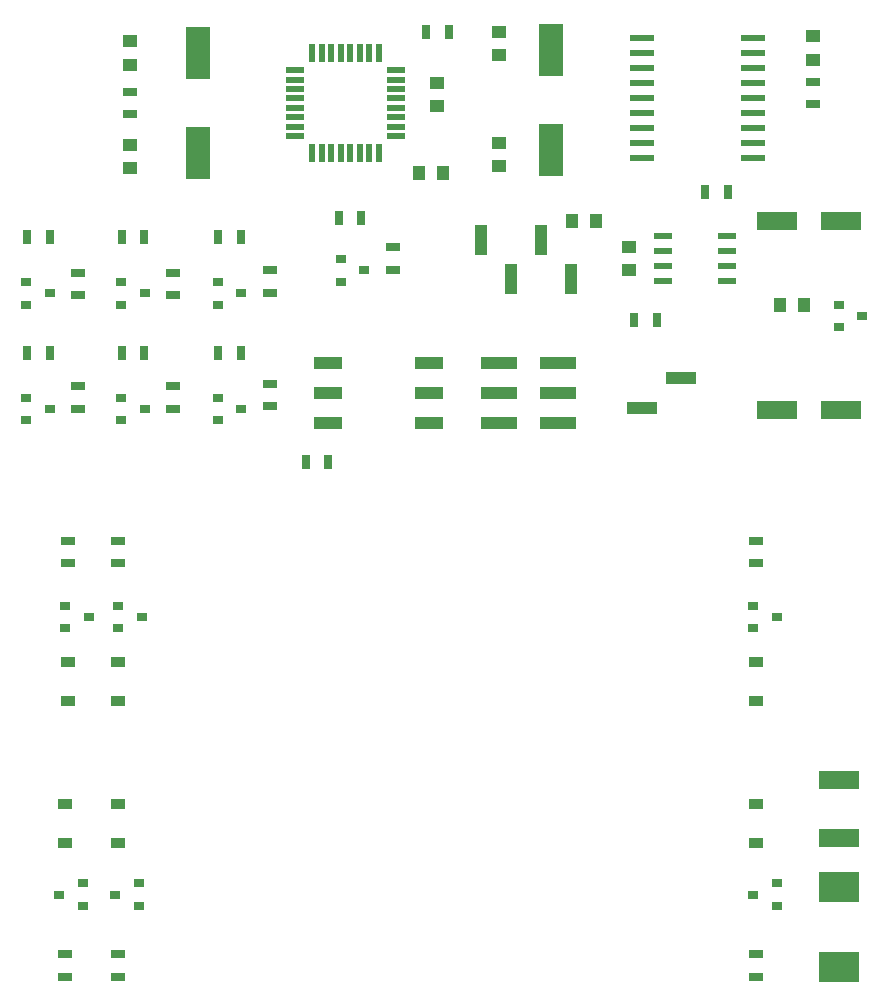
<source format=gbr>
G04 #@! TF.FileFunction,Paste,Top*
%FSLAX46Y46*%
G04 Gerber Fmt 4.6, Leading zero omitted, Abs format (unit mm)*
G04 Created by KiCad (PCBNEW 4.0.6) date 06/08/18 14:18:22*
%MOMM*%
%LPD*%
G01*
G04 APERTURE LIST*
%ADD10C,0.100000*%
%ADD11R,1.000000X1.250000*%
%ADD12R,3.500000X1.600000*%
%ADD13R,1.250000X1.000000*%
%ADD14R,2.440000X1.120000*%
%ADD15R,2.510000X1.000000*%
%ADD16R,3.390000X2.500000*%
%ADD17R,1.200000X0.900000*%
%ADD18R,3.150000X1.000000*%
%ADD19R,0.900000X0.800000*%
%ADD20R,0.700000X1.300000*%
%ADD21R,1.300000X0.700000*%
%ADD22R,1.000000X2.510000*%
%ADD23R,1.600000X0.550000*%
%ADD24R,0.550000X1.600000*%
%ADD25R,2.000000X0.600000*%
%ADD26R,1.550000X0.600000*%
%ADD27R,2.000000X4.500000*%
G04 APERTURE END LIST*
D10*
D11*
X144230000Y-58200000D03*
X146230000Y-58200000D03*
X159200000Y-62200000D03*
X157200000Y-62200000D03*
D12*
X179950000Y-78250000D03*
X174550000Y-78250000D03*
X179950000Y-62250000D03*
X174550000Y-62250000D03*
D11*
X176790000Y-69300000D03*
X174790000Y-69300000D03*
D13*
X145750000Y-52500000D03*
X145750000Y-50500000D03*
X119750000Y-47000000D03*
X119750000Y-49000000D03*
X119750000Y-57750000D03*
X119750000Y-55750000D03*
X151000000Y-48200000D03*
X151000000Y-46200000D03*
X151000000Y-55600000D03*
X151000000Y-57600000D03*
X177600000Y-48600000D03*
X177600000Y-46600000D03*
X162000000Y-64400000D03*
X162000000Y-66400000D03*
D14*
X136495000Y-74260000D03*
X145105000Y-79340000D03*
X136495000Y-76800000D03*
X145105000Y-76800000D03*
X136495000Y-79340000D03*
X145105000Y-74260000D03*
D15*
X163085000Y-78040000D03*
X166395000Y-75500000D03*
D16*
X179750000Y-125410000D03*
X179750000Y-118590000D03*
D17*
X172750000Y-102900000D03*
X172750000Y-99600000D03*
X114500000Y-102900000D03*
X114500000Y-99600000D03*
X118750000Y-102900000D03*
X118750000Y-99600000D03*
X118750000Y-111600000D03*
X118750000Y-114900000D03*
X114250000Y-111600000D03*
X114250000Y-114900000D03*
X172750000Y-111600000D03*
X172750000Y-114900000D03*
D12*
X179750000Y-109560000D03*
X179750000Y-114440000D03*
D18*
X150975000Y-74210000D03*
X156025000Y-74210000D03*
X150975000Y-76750000D03*
X156025000Y-76750000D03*
X150975000Y-79290000D03*
X156025000Y-79290000D03*
D19*
X137600000Y-65450000D03*
X137600000Y-67350000D03*
X139600000Y-66400000D03*
X127190000Y-67410000D03*
X127190000Y-69310000D03*
X129190000Y-68360000D03*
X118990000Y-67410000D03*
X118990000Y-69310000D03*
X120990000Y-68360000D03*
X110990000Y-67410000D03*
X110990000Y-69310000D03*
X112990000Y-68360000D03*
X127190000Y-77210000D03*
X127190000Y-79110000D03*
X129190000Y-78160000D03*
X118990000Y-77210000D03*
X118990000Y-79110000D03*
X120990000Y-78160000D03*
X110990000Y-77210000D03*
X110990000Y-79110000D03*
X112990000Y-78160000D03*
X172500000Y-94800000D03*
X172500000Y-96700000D03*
X174500000Y-95750000D03*
X114250000Y-94800000D03*
X114250000Y-96700000D03*
X116250000Y-95750000D03*
X118750000Y-94800000D03*
X118750000Y-96700000D03*
X120750000Y-95750000D03*
X120500000Y-120200000D03*
X120500000Y-118300000D03*
X118500000Y-119250000D03*
X115750000Y-120200000D03*
X115750000Y-118300000D03*
X113750000Y-119250000D03*
X174500000Y-120200000D03*
X174500000Y-118300000D03*
X172500000Y-119250000D03*
D20*
X137450000Y-62000000D03*
X139350000Y-62000000D03*
D21*
X142000000Y-66350000D03*
X142000000Y-64450000D03*
D20*
X136550000Y-82600000D03*
X134650000Y-82600000D03*
D21*
X119750000Y-53200000D03*
X119750000Y-51300000D03*
D20*
X146750000Y-46200000D03*
X144850000Y-46200000D03*
D21*
X177600000Y-52350000D03*
X177600000Y-50450000D03*
D20*
X168450000Y-59800000D03*
X170350000Y-59800000D03*
X164350000Y-70600000D03*
X162450000Y-70600000D03*
X127240000Y-63560000D03*
X129140000Y-63560000D03*
X119040000Y-63560000D03*
X120940000Y-63560000D03*
X111040000Y-63560000D03*
X112940000Y-63560000D03*
X127240000Y-73360000D03*
X129140000Y-73360000D03*
X119040000Y-73360000D03*
X120940000Y-73360000D03*
X111040000Y-73360000D03*
X112940000Y-73360000D03*
D21*
X131590000Y-68310000D03*
X131590000Y-66410000D03*
X123390000Y-68510000D03*
X123390000Y-66610000D03*
X115390000Y-68510000D03*
X115390000Y-66610000D03*
X131590000Y-77910000D03*
X131590000Y-76010000D03*
X123390000Y-78110000D03*
X123390000Y-76210000D03*
X115390000Y-78110000D03*
X115390000Y-76210000D03*
X172750000Y-91200000D03*
X172750000Y-89300000D03*
X114500000Y-91200000D03*
X114500000Y-89300000D03*
X118750000Y-91200000D03*
X118750000Y-89300000D03*
X118750000Y-124300000D03*
X118750000Y-126200000D03*
X114250000Y-124300000D03*
X114250000Y-126200000D03*
X172750000Y-124300000D03*
X172750000Y-126200000D03*
D22*
X151980000Y-67155000D03*
X157060000Y-67155000D03*
X149440000Y-63845000D03*
X154520000Y-63845000D03*
D19*
X179750000Y-69300000D03*
X179750000Y-71200000D03*
X181750000Y-70250000D03*
D23*
X133750000Y-49450000D03*
X133750000Y-50250000D03*
X133750000Y-51050000D03*
X133750000Y-51850000D03*
X133750000Y-52650000D03*
X133750000Y-53450000D03*
X133750000Y-54250000D03*
X133750000Y-55050000D03*
D24*
X135200000Y-56500000D03*
X136000000Y-56500000D03*
X136800000Y-56500000D03*
X137600000Y-56500000D03*
X138400000Y-56500000D03*
X139200000Y-56500000D03*
X140000000Y-56500000D03*
X140800000Y-56500000D03*
D23*
X142250000Y-55050000D03*
X142250000Y-54250000D03*
X142250000Y-53450000D03*
X142250000Y-52650000D03*
X142250000Y-51850000D03*
X142250000Y-51050000D03*
X142250000Y-50250000D03*
X142250000Y-49450000D03*
D24*
X140800000Y-48000000D03*
X140000000Y-48000000D03*
X139200000Y-48000000D03*
X138400000Y-48000000D03*
X137600000Y-48000000D03*
X136800000Y-48000000D03*
X136000000Y-48000000D03*
X135200000Y-48000000D03*
D25*
X163100000Y-46720000D03*
X163100000Y-47990000D03*
X163100000Y-49260000D03*
X163100000Y-50530000D03*
X163100000Y-51800000D03*
X163100000Y-53070000D03*
X163100000Y-54340000D03*
X163100000Y-55610000D03*
X163100000Y-56880000D03*
X172500000Y-56880000D03*
X172500000Y-55610000D03*
X172500000Y-54340000D03*
X172500000Y-53070000D03*
X172500000Y-51800000D03*
X172500000Y-50530000D03*
X172500000Y-49260000D03*
X172500000Y-47990000D03*
X172500000Y-46720000D03*
D26*
X164900000Y-63495000D03*
X164900000Y-64765000D03*
X164900000Y-66035000D03*
X164900000Y-67305000D03*
X170300000Y-67305000D03*
X170300000Y-66035000D03*
X170300000Y-64765000D03*
X170300000Y-63495000D03*
D27*
X125500000Y-56500000D03*
X125500000Y-48000000D03*
X155400000Y-56250000D03*
X155400000Y-47750000D03*
M02*

</source>
